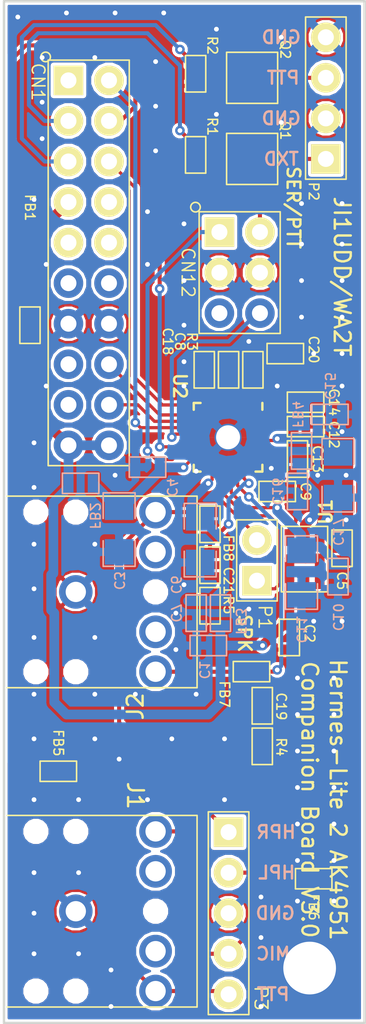
<source format=kicad_pcb>
(kicad_pcb (version 20171130) (host pcbnew "(5.0.2)-1")
  (title_block (title "H-L v2 Companion - AK4951 board") (date 2017-07-16) (rev 1.0) (company JI1UDD))
  (layers (0 F.Cu signal) (1 In1.Cu signal hide) (2 In2.Cu signal hide) (31 B.Cu signal) (34 B.Paste user) (35 F.Paste user) (36 B.SilkS user) (37 F.SilkS user hide) (38 B.Mask user) (39 F.Mask user) (44 Edge.Cuts user))
  (net 0 "")
  (net 1 GND)
  (net 2 +3V3)
  (net 3 "Net-(C3-Pad1)")
  (net 4 "Net-(C5-Pad1)")
  (net 5 "Net-(C6-Pad1)")
  (net 6 "Net-(C8-Pad2)")
  (net 7 "Net-(C9-Pad1)")
  (net 8 "Net-(C10-Pad1)")
  (net 9 "Net-(C12-Pad1)")
  (net 10 "Net-(C13-Pad1)")
  (net 11 "Net-(C13-Pad2)")
  (net 12 "Net-(C14-Pad1)")
  (net 13 "Net-(C15-Pad2)")
  (net 14 "Net-(C18-Pad1)")
  (net 15 "Net-(C18-Pad2)")
  (net 16 "Net-(C19-Pad1)")
  (net 17 "Net-(C19-Pad2)")
  (net 18 "Net-(C21-Pad1)")
  (net 19 "Net-(C21-Pad2)")
  (net 20 /AudioCodec/~PTT)
  (net 21 /AudioCodec/PDN)
  (net 22 /AudioCodec/DIN)
  (net 23 /AudioCodec/DOUT)
  (net 24 /AudioCodec/LRCK)
  (net 25 /AudioCodec/BCK)
  (net 26 /AudioCodec/SDA)
  (net 27 /AudioCodec/SCL)
  (net 28 "Net-(P1-Pad1)")
  (net 29 "Net-(P1-Pad2)")
  (net 30 "Net-(U2-Pad1)")
  (net 31 "Net-(U2-Pad2)")
  (net 32 "Net-(U2-Pad3)")
  (net 33 "Net-(U2-Pad4)")
  (net 34 "Net-(U2-Pad32)")
  (net 35 "Net-(J1-Pad5)")
  (net 36 "Net-(FB6-Pad2)")
  (net 37 "Net-(J1-Pad4)")
  (net 38 "Net-(FB5-Pad1)")
  (net 39 "Net-(FB7-Pad1)")
  (net 40 "Net-(J2-Pad4)")
  (net 41 "Net-(FB8-Pad2)")
  (net 42 "Net-(J2-Pad5)")
  (net 43 "Net-(CN1-Pad5)")
  (net 44 /AudioCodec/EXTTR)
  (net 45 /AudioCodec/ExtAMPTxD)
  (net 46 "Net-(CN1-Pad3)")
  (net 47 "Net-(R3-Pad2)")
  (net 48 "Net-(CN1-Pad7)")
  (net 49 "Net-(CN12-Pad5)")
  (net 50 "Net-(CN1-Pad1)")
  (net 51 "Net-(CN1-Pad8)")
  (net 52 "Net-(CN1-Pad9)")
  (net 53 "Net-(CN1-Pad10)")
  (net 54 "Net-(CN1-Pad11)")
  (net 55 "Net-(CN1-Pad12)")
  (net 56 "Net-(CN1-Pad15)")
  (net 57 "Net-(CN1-Pad17)")
  (module HERMESLITE:SMD-1206 (layer B.Cu) (at 90.932 101.092 270)
    (fp_text reference C17 (at 3.556 0 270 unlocked) (layer B.SilkS) (effects (font (size 0.6 0.6) (thickness 0.1)) (justify mirror)))
    (fp_text value 10u hide)
    (pad 2 smd rect (at 1.4 0 270) (size 1.6 1.8) (layers B.Cu B.Paste B.Mask) (net 1 GND))
    (pad 1 smd rect (at -1.4 0 270) (size 1.6 1.8) (layers B.Cu B.Paste B.Mask) (net 13 "Net-(C15-Pad2)"))
  )
  (module HERMESLITE:SMD-1206 (layer B.Cu) (at 88.646 107.188 270)
    (fp_text reference C11 (at 3.556 0 270 unlocked) (layer B.SilkS) (effects (font (size 0.6 0.6) (thickness 0.1)) (justify mirror)))
    (fp_text value 10u hide)
    (pad 2 smd rect (at 1.4 0 270) (size 1.6 1.8) (layers B.Cu B.Paste B.Mask) (net 1 GND))
    (pad 1 smd rect (at -1.4 0 270) (size 1.6 1.8) (layers B.Cu B.Paste B.Mask) (net 8 "Net-(C10-Pad1)"))
  )
  (module HERMESLITE:SMD-1206 (layer B.Cu) (at 77.216 104.4956 270)
    (fp_text reference C3 (at 3.2004 0 270 unlocked) (layer B.SilkS) (effects (font (size 0.6 0.6) (thickness 0.1)) (justify mirror)))
    (fp_text value 10u hide)
    (pad 2 smd rect (at 1.4 0 270) (size 1.6 1.8) (layers B.Cu B.Paste B.Mask) (net 1 GND))
    (pad 1 smd rect (at -1.4 0 270) (size 1.6 1.8) (layers B.Cu B.Paste B.Mask) (net 3 "Net-(C3-Pad1)"))
  )
  (module HERMESLITE:SMD-1206 (layer B.Cu) (at 82.296 105.156 270)
    (fp_text reference C6 (at 2.794 1.524 270 unlocked) (layer B.SilkS) (effects (font (size 0.6 0.6) (thickness 0.1)) (justify mirror)))
    (fp_text value 10u hide)
    (pad 2 smd rect (at 1.4 0 270) (size 1.6 1.8) (layers B.Cu B.Paste B.Mask) (net 1 GND))
    (pad 1 smd rect (at -1.4 0 270) (size 1.6 1.8) (layers B.Cu B.Paste B.Mask) (net 5 "Net-(C6-Pad1)"))
  )
  (module HERMESLITE:2x1 (layer F.Cu) (at 85.852 107.696 90)
    (fp_text reference P1 (at -2.286 0.508 270 unlocked) (layer F.SilkS) (effects (font (size 0.8 0.8) (thickness 0.1))))
    (fp_text value CONN_01X02)
    (pad 2 thru_hole circle (at 2.54 0 90) (size 1.85 1.85) (drill 1) (layers *.Cu *.Mask F.SilkS) (net 29 "Net-(P1-Pad2)"))
    (pad 1 thru_hole rect (at 0 0 90) (size 1.85 1.85) (drill 1) (layers *.Cu *.Mask F.SilkS) (net 28 "Net-(P1-Pad1)"))
  )
  (module HERMESLITE:3x2 (layer F.Cu) (at 83.5 88.4)
    (fp_text reference CN12 (at -1.966 -0.008 270 unlocked) (layer F.SilkS) (effects (font (size 0.8 0.8) (thickness 0.1))))
    (fp_text value CONN_02X03)
    (pad 6 thru_hole circle (at 2.54 2.54) (size 1.85 1.85) (drill 1) (layers *.Cu *.Mask) (net 23 /AudioCodec/DOUT))
    (pad 5 thru_hole circle (at 0 2.54) (size 1.85 1.85) (drill 1) (layers *.Cu *.Mask) (net 49 "Net-(CN12-Pad5)"))
    (pad 4 thru_hole circle (at 2.54 0) (size 1.85 1.85) (drill 1) (layers *.Cu *.Mask F.SilkS) (net 1 GND))
    (pad 3 thru_hole circle (at 0 0) (size 1.85 1.85) (drill 1) (layers *.Cu *.Mask F.SilkS) (net 1 GND))
    (pad 2 thru_hole circle (at 2.54 -2.54) (size 1.85 1.85) (drill 1) (layers *.Cu *.Mask F.SilkS) (net 24 /AudioCodec/LRCK))
    (pad 1 thru_hole rect (at 0 -2.54) (size 1.85 1.85) (drill 1) (layers *.Cu *.Mask F.SilkS) (net 25 /AudioCodec/BCK))
  )
  (module HERMESLITE:10x2 (layer F.Cu) (at 75.31 87.79 270)
    (fp_text reference CN1 (at -11.336 3.174 270 unlocked) (layer F.SilkS) (effects (font (size 0.8 0.8) (thickness 0.1))))
    (fp_text value IO20)
    (pad 20 thru_hole circle (at 11.43 -1.27 270) (size 1.85 1.85) (drill 1) (layers *.Cu *.Mask) (net 2 +3V3))
    (pad 19 thru_hole circle (at 11.43 1.27 270) (size 1.85 1.85) (drill 1) (layers *.Cu *.Mask) (net 2 +3V3))
    (pad 18 thru_hole circle (at 8.89 -1.27 270) (size 1.85 1.85) (drill 1) (layers *.Cu *.Mask) (net 26 /AudioCodec/SDA))
    (pad 17 thru_hole circle (at 8.89 1.27 270) (size 1.85 1.85) (drill 1) (layers *.Cu *.Mask) (net 57 "Net-(CN1-Pad17)"))
    (pad 16 thru_hole circle (at 6.35 -1.27 270) (size 1.85 1.85) (drill 1) (layers *.Cu *.Mask) (net 27 /AudioCodec/SCL))
    (pad 15 thru_hole circle (at 6.35 1.27 270) (size 1.85 1.85) (drill 1) (layers *.Cu *.Mask) (net 56 "Net-(CN1-Pad15)"))
    (pad 14 thru_hole circle (at 3.81 -1.27 270) (size 1.85 1.85) (drill 1) (layers *.Cu *.Mask) (net 1 GND))
    (pad 13 thru_hole circle (at 3.81 1.27 270) (size 1.85 1.85) (drill 1) (layers *.Cu *.Mask) (net 1 GND))
    (pad 12 thru_hole circle (at 1.27 -1.27 270) (size 1.85 1.85) (drill 1) (layers *.Cu *.Mask) (net 55 "Net-(CN1-Pad12)"))
    (pad 11 thru_hole circle (at 1.27 1.27 270) (size 1.85 1.85) (drill 1) (layers *.Cu *.Mask) (net 54 "Net-(CN1-Pad11)"))
    (pad 10 thru_hole circle (at -1.27 -1.27 270) (size 1.85 1.85) (drill 1) (layers *.Cu *.Mask F.SilkS) (net 53 "Net-(CN1-Pad10)"))
    (pad 9 thru_hole circle (at -1.27 1.27 270) (size 1.85 1.85) (drill 1) (layers *.Cu *.Mask F.SilkS) (net 52 "Net-(CN1-Pad9)"))
    (pad 8 thru_hole circle (at -3.81 -1.27 270) (size 1.85 1.85) (drill 1) (layers *.Cu *.Mask F.SilkS) (net 51 "Net-(CN1-Pad8)"))
    (pad 7 thru_hole circle (at -3.81 1.27 270) (size 1.85 1.85) (drill 1) (layers *.Cu *.Mask F.SilkS) (net 48 "Net-(CN1-Pad7)"))
    (pad 6 thru_hole circle (at -6.35 -1.27 270) (size 1.85 1.85) (drill 1) (layers *.Cu *.Mask F.SilkS) (net 21 /AudioCodec/PDN))
    (pad 5 thru_hole circle (at -6.35 1.27 270) (size 1.85 1.85) (drill 1) (layers *.Cu *.Mask F.SilkS) (net 43 "Net-(CN1-Pad5)"))
    (pad 4 thru_hole circle (at -8.89 -1.27 270) (size 1.85 1.85) (drill 1) (layers *.Cu *.Mask F.SilkS) (net 20 /AudioCodec/~PTT))
    (pad 3 thru_hole circle (at -8.89 1.27 270) (size 1.85 1.85) (drill 1) (layers *.Cu *.Mask F.SilkS) (net 46 "Net-(CN1-Pad3)"))
    (pad 2 thru_hole circle (at -11.43 -1.27 270) (size 1.85 1.85) (drill 1) (layers *.Cu *.Mask F.SilkS) (net 22 /AudioCodec/DIN))
    (pad 1 thru_hole rect (at -11.43 1.27 270) (size 1.85 1.85) (drill 1) (layers *.Cu *.Mask F.SilkS) (net 50 "Net-(CN1-Pad1)"))
  )
  (module HERMESLITE:SMD-0603 (layer F.Cu) (at 84.074 94.488 270)
    (fp_text reference C8 (at -1.778 3.048 270 unlocked) (layer F.SilkS) (effects (font (size 0.6 0.6) (thickness 0.1))))
    (fp_text value 1u hide)
    (pad 1 smd rect (at -0.762 0 270) (size 0.635 1.143) (layers F.Cu F.Paste F.Mask) (net 1 GND))
    (pad 2 smd rect (at 0.762 0 270) (size 0.635 1.143) (layers F.Cu F.Paste F.Mask) (net 6 "Net-(C8-Pad2)"))
  )
  (module HERMESLITE:SMD-0603 (layer F.Cu) (at 71.628 91.694 90)
    (fp_text reference FB1 (at 7.366 0 270 unlocked) (layer F.SilkS) (effects (font (size 0.6 0.6) (thickness 0.1))))
    (fp_text value FB hide)
    (pad 1 smd rect (at -0.762 0 90) (size 0.635 1.143) (layers F.Cu F.Paste F.Mask) (net 2 +3V3))
    (pad 2 smd rect (at 0.762 0 90) (size 0.635 1.143) (layers F.Cu F.Paste F.Mask) (net 48 "Net-(CN1-Pad7)"))
  )
  (module HERMESLITE:SMD-0603 (layer B.Cu) (at 74.803 101.6 180)
    (fp_text reference FB2 (at -0.889 -2.032 270 unlocked) (layer B.SilkS) (effects (font (size 0.6 0.6) (thickness 0.1)) (justify mirror)))
    (fp_text value FB hide)
    (pad 1 smd rect (at -0.762 0 180) (size 0.635 1.143) (layers B.Cu B.Paste B.Mask) (net 3 "Net-(C3-Pad1)"))
    (pad 2 smd rect (at 0.762 0 180) (size 0.635 1.143) (layers B.Cu B.Paste B.Mask) (net 2 +3V3))
  )
  (module HERMESLITE:SMD-0603 (layer F.Cu) (at 87.63 93.472)
    (fp_text reference C20 (at 1.778 -0.254 -90 unlocked) (layer F.SilkS) (effects (font (size 0.6 0.6) (thickness 0.1))))
    (fp_text value DNI hide)
    (pad 1 smd rect (at -0.762 0) (size 0.635 1.143) (layers F.Cu F.Paste F.Mask) (net 15 "Net-(C18-Pad2)"))
    (pad 2 smd rect (at 0.762 0) (size 0.635 1.143) (layers F.Cu F.Paste F.Mask) (net 1 GND))
  )
  (module HERMESLITE:SMD-0603 (layer F.Cu) (at 87.884 111.252 270)
    (fp_text reference C2 (at -0.254 -1.27 270 unlocked) (layer F.SilkS) (effects (font (size 0.6 0.6) (thickness 0.1))))
    (fp_text value 1u hide)
    (pad 2 smd rect (at 0.762 0 270) (size 0.635 1.143) (layers F.Cu F.Paste F.Mask) (net 1 GND))
    (pad 1 smd rect (at -0.762 0 270) (size 0.635 1.143) (layers F.Cu F.Paste F.Mask) (net 2 +3V3))
  )
  (module HERMESLITE:SMD-0603 (layer F.Cu) (at 91.186 105.664 270)
    (fp_text reference C5 (at 2.032 0 270 unlocked) (layer F.SilkS) (effects (font (size 0.6 0.6) (thickness 0.1))))
    (fp_text value 0.1u hide)
    (pad 2 smd rect (at 0.762 0 270) (size 0.635 1.143) (layers F.Cu F.Paste F.Mask) (net 1 GND))
    (pad 1 smd rect (at -0.762 0 270) (size 0.635 1.143) (layers F.Cu F.Paste F.Mask) (net 4 "Net-(C5-Pad1)"))
  )
  (module HERMESLITE:SMD-0603 (layer B.Cu) (at 82.042 109.728 270)
    (fp_text reference C7 (at 0 1.27 270 unlocked) (layer B.SilkS) (effects (font (size 0.6 0.6) (thickness 0.1)) (justify mirror)))
    (fp_text value 0.1u hide)
    (pad 1 smd rect (at -0.762 0 270) (size 0.635 1.143) (layers B.Cu B.Paste B.Mask) (net 5 "Net-(C6-Pad1)"))
    (pad 2 smd rect (at 0.762 0 270) (size 0.635 1.143) (layers B.Cu B.Paste B.Mask) (net 1 GND))
  )
  (module HERMESLITE:SMD-0603 (layer B.Cu) (at 82.804 111.76 180)
    (fp_text reference C1 (at 0.254 -1.524 270 unlocked) (layer B.SilkS) (effects (font (size 0.6 0.6) (thickness 0.1)) (justify mirror)))
    (fp_text value 0.1u hide)
    (pad 1 smd rect (at -0.762 0 180) (size 0.635 1.143) (layers B.Cu B.Paste B.Mask) (net 2 +3V3))
    (pad 2 smd rect (at 0.762 0 180) (size 0.635 1.143) (layers B.Cu B.Paste B.Mask) (net 1 GND))
  )
  (module HERMESLITE:SMD-0603 (layer F.Cu) (at 87.122 102.108)
    (fp_text reference C9 (at 1.778 0 -90 unlocked) (layer F.SilkS) (effects (font (size 0.6 0.6) (thickness 0.1))))
    (fp_text value 2.2u hide)
    (pad 2 smd rect (at 0.762 0) (size 0.635 1.143) (layers F.Cu F.Paste F.Mask) (net 1 GND))
    (pad 1 smd rect (at -0.762 0) (size 0.635 1.143) (layers F.Cu F.Paste F.Mask) (net 7 "Net-(C9-Pad1)"))
  )
  (module HERMESLITE:SMD-0603 (layer F.Cu) (at 88.9 98.044)
    (fp_text reference C12 (at 1.778 0.508 -90 unlocked) (layer F.SilkS) (effects (font (size 0.6 0.6) (thickness 0.1))))
    (fp_text value 2.2u hide)
    (pad 2 smd rect (at 0.762 0) (size 0.635 1.143) (layers F.Cu F.Paste F.Mask) (net 1 GND))
    (pad 1 smd rect (at -0.762 0) (size 0.635 1.143) (layers F.Cu F.Paste F.Mask) (net 9 "Net-(C12-Pad1)"))
  )
  (module HERMESLITE:SMD-0603 (layer F.Cu) (at 88.392 100.076 270)
    (fp_text reference C13 (at 0 -1.27 270 unlocked) (layer F.SilkS) (effects (font (size 0.6 0.6) (thickness 0.1))))
    (fp_text value 2.2u hide)
    (pad 2 smd rect (at 0.762 0 270) (size 0.635 1.143) (layers F.Cu F.Paste F.Mask) (net 11 "Net-(C13-Pad2)"))
    (pad 1 smd rect (at -0.762 0 270) (size 0.635 1.143) (layers F.Cu F.Paste F.Mask) (net 10 "Net-(C13-Pad1)"))
  )
  (module HERMESLITE:SMD-0603 (layer F.Cu) (at 88.9 96.52)
    (fp_text reference C14 (at 1.778 0 -90 unlocked) (layer F.SilkS) (effects (font (size 0.6 0.6) (thickness 0.1))))
    (fp_text value 2.2u hide)
    (pad 2 smd rect (at 0.762 0) (size 0.635 1.143) (layers F.Cu F.Paste F.Mask) (net 1 GND))
    (pad 1 smd rect (at -0.762 0) (size 0.635 1.143) (layers F.Cu F.Paste F.Mask) (net 12 "Net-(C14-Pad1)"))
  )
  (module HERMESLITE:SMD-0603 (layer B.Cu) (at 90.424 97.282 180)
    (fp_text reference C15 (at 0 1.778 270 unlocked) (layer B.SilkS) (effects (font (size 0.6 0.6) (thickness 0.1)) (justify mirror)))
    (fp_text value 0.1u hide)
    (pad 1 smd rect (at -0.762 0 180) (size 0.635 1.143) (layers B.Cu B.Paste B.Mask) (net 1 GND))
    (pad 2 smd rect (at 0.762 0 180) (size 0.635 1.143) (layers B.Cu B.Paste B.Mask) (net 13 "Net-(C15-Pad2)"))
  )
  (module HERMESLITE:SMD-0603 (layer B.Cu) (at 88.392 102.108 270)
    (fp_text reference C16 (at 0 1.27 270 unlocked) (layer B.SilkS) (effects (font (size 0.6 0.6) (thickness 0.1)) (justify mirror)))
    (fp_text value 0.1u hide)
    (pad 2 smd rect (at 0.762 0 270) (size 0.635 1.143) (layers B.Cu B.Paste B.Mask) (net 1 GND))
    (pad 1 smd rect (at -0.762 0 270) (size 0.635 1.143) (layers B.Cu B.Paste B.Mask) (net 2 +3V3))
  )
  (module HERMESLITE:SMD-0603 (layer F.Cu) (at 82.55 94.488 90)
    (fp_text reference C18 (at 1.778 -2.286 270 unlocked) (layer F.SilkS) (effects (font (size 0.6 0.6) (thickness 0.1))))
    (fp_text value 1u hide)
    (pad 1 smd rect (at -0.762 0 90) (size 0.635 1.143) (layers F.Cu F.Paste F.Mask) (net 14 "Net-(C18-Pad1)"))
    (pad 2 smd rect (at 0.762 0 90) (size 0.635 1.143) (layers F.Cu F.Paste F.Mask) (net 15 "Net-(C18-Pad2)"))
  )
  (module HERMESLITE:SMD-0603 (layer B.Cu) (at 78.994 100.584 180)
    (fp_text reference C4 (at -1.524 -1.27 270 unlocked) (layer B.SilkS) (effects (font (size 0.6 0.6) (thickness 0.1)) (justify mirror)))
    (fp_text value 0.1u hide)
    (pad 2 smd rect (at 0.762 0 180) (size 0.635 1.143) (layers B.Cu B.Paste B.Mask) (net 1 GND))
    (pad 1 smd rect (at -0.762 0 180) (size 0.635 1.143) (layers B.Cu B.Paste B.Mask) (net 3 "Net-(C3-Pad1)"))
  )
  (module HERMESLITE:SMD-0603 (layer F.Cu) (at 82.909 106.724 270)
    (fp_text reference C21 (at 0.972 -1.165 270 unlocked) (layer F.SilkS) (effects (font (size 0.6 0.6) (thickness 0.1))))
    (fp_text value 0.22u hide)
    (pad 1 smd rect (at -0.762 0 270) (size 0.635 1.143) (layers F.Cu F.Paste F.Mask) (net 18 "Net-(C21-Pad1)"))
    (pad 2 smd rect (at 0.762 0 270) (size 0.635 1.143) (layers F.Cu F.Paste F.Mask) (net 19 "Net-(C21-Pad2)"))
  )
  (module HERMESLITE:SMD-0603 (layer F.Cu) (at 85.598 94.488 270)
    (fp_text reference R3 (at -1.778 3.81 270 unlocked) (layer F.SilkS) (effects (font (size 0.6 0.6) (thickness 0.1))))
    (fp_text value 2.2k hide)
    (pad 2 smd rect (at 0.762 0 270) (size 0.635 1.143) (layers F.Cu F.Paste F.Mask) (net 47 "Net-(R3-Pad2)"))
    (pad 1 smd rect (at -0.762 0 270) (size 0.635 1.143) (layers F.Cu F.Paste F.Mask) (net 15 "Net-(C18-Pad2)"))
  )
  (module HERMESLITE:SMD-0603 (layer F.Cu) (at 86.185714 115.531178 270)
    (fp_text reference C19 (at 0.038822 -1.190286 270 unlocked) (layer F.SilkS) (effects (font (size 0.6 0.6) (thickness 0.1))))
    (fp_text value 0.22u hide)
    (pad 1 smd rect (at -0.762 0 270) (size 0.635 1.143) (layers F.Cu F.Paste F.Mask) (net 16 "Net-(C19-Pad1)"))
    (pad 2 smd rect (at 0.762 0 270) (size 0.635 1.143) (layers F.Cu F.Paste F.Mask) (net 17 "Net-(C19-Pad2)"))
  )
  (module HERMESLITE:SMD-0603 (layer F.Cu) (at 82.01 75.946 270)
    (fp_text reference R2 (at -1.778 -1.048 270 unlocked) (layer F.SilkS) (effects (font (size 0.6 0.6) (thickness 0.1))))
    (fp_text value 4.7K hide)
    (pad 2 smd rect (at 0.762 0 270) (size 0.635 1.143) (layers F.Cu F.Paste F.Mask) (net 1 GND))
    (pad 1 smd rect (at -0.762 0 270) (size 0.635 1.143) (layers F.Cu F.Paste F.Mask) (net 43 "Net-(CN1-Pad5)"))
  )
  (module HERMESLITE:SMD-0603 (layer B.Cu) (at 83.566 109.728 270)
    (fp_text reference FB3 (at 0.508 -1.27 270 unlocked) (layer B.SilkS) (effects (font (size 0.6 0.6) (thickness 0.1)) (justify mirror)))
    (fp_text value FB hide)
    (pad 1 smd rect (at -0.762 0 270) (size 0.635 1.143) (layers B.Cu B.Paste B.Mask) (net 5 "Net-(C6-Pad1)"))
    (pad 2 smd rect (at 0.762 0 270) (size 0.635 1.143) (layers B.Cu B.Paste B.Mask) (net 2 +3V3))
  )
  (module HERMESLITE:SMD-0603 (layer B.Cu) (at 88.646 99.568 90)
    (fp_text reference FB4 (at 2.286 -0.254 270 unlocked) (layer B.SilkS) (effects (font (size 0.6 0.6) (thickness 0.1)) (justify mirror)))
    (fp_text value FB hide)
    (pad 2 smd rect (at 0.762 0 90) (size 0.635 1.143) (layers B.Cu B.Paste B.Mask) (net 13 "Net-(C15-Pad2)"))
    (pad 1 smd rect (at -0.762 0 90) (size 0.635 1.143) (layers B.Cu B.Paste B.Mask) (net 2 +3V3))
  )
  (module HERMESLITE:SMD-0603 (layer F.Cu) (at 73.406 119.634 180)
    (fp_text reference FB5 (at 0 1.778 270 unlocked) (layer F.SilkS) (effects (font (size 0.6 0.6) (thickness 0.1))))
    (fp_text value FB hide)
    (pad 1 smd rect (at -0.762 0 180) (size 0.635 1.143) (layers F.Cu F.Paste F.Mask) (net 38 "Net-(FB5-Pad1)"))
    (pad 2 smd rect (at 0.762 0 180) (size 0.635 1.143) (layers F.Cu F.Paste F.Mask) (net 20 /AudioCodec/~PTT))
  )
  (module HERMESLITE:SMD-0603 (layer F.Cu) (at 89.408 126.365 180)
    (fp_text reference FB6 (at 0 -1.778 270 unlocked) (layer F.SilkS) (effects (font (size 0.6 0.6) (thickness 0.1))))
    (fp_text value FB hide)
    (pad 2 smd rect (at 0.762 0 180) (size 0.635 1.143) (layers F.Cu F.Paste F.Mask) (net 36 "Net-(FB6-Pad2)"))
    (pad 1 smd rect (at -0.762 0 180) (size 0.635 1.143) (layers F.Cu F.Paste F.Mask) (net 15 "Net-(C18-Pad2)"))
  )
  (module HERMESLITE:SMD-0603 (layer F.Cu) (at 82.01 81.026 270)
    (fp_text reference R1 (at -1.778 -1.048 270 unlocked) (layer F.SilkS) (effects (font (size 0.6 0.6) (thickness 0.1))))
    (fp_text value 4.7K hide)
    (pad 1 smd rect (at -0.762 0 270) (size 0.635 1.143) (layers F.Cu F.Paste F.Mask) (net 46 "Net-(CN1-Pad3)"))
    (pad 2 smd rect (at 0.762 0 270) (size 0.635 1.143) (layers F.Cu F.Paste F.Mask) (net 1 GND))
  )
  (module HERMESLITE:4x1 (layer F.Cu) (at 90.17 81.28 90)
    (fp_text reference P2 (at -2.032 -0.762 270 unlocked) (layer F.SilkS) (effects (font (size 0.6 0.6) (thickness 0.1))))
    (fp_text value CONN_01X04)
    (pad 4 thru_hole circle (at 7.62 0 90) (size 1.85 1.85) (drill 1) (layers *.Cu *.Mask F.SilkS) (net 1 GND))
    (pad 3 thru_hole circle (at 5.08 0 90) (size 1.85 1.85) (drill 1) (layers *.Cu *.Mask F.SilkS) (net 44 /AudioCodec/EXTTR))
    (pad 2 thru_hole circle (at 2.54 0 90) (size 1.85 1.85) (drill 1) (layers *.Cu *.Mask F.SilkS) (net 1 GND))
    (pad 1 thru_hole rect (at 0 0 90) (size 1.85 1.85) (drill 1) (layers *.Cu *.Mask F.SilkS) (net 45 /AudioCodec/ExtAMPTxD))
  )
  (module HERMESLITE:5x1 (layer F.Cu) (at 84.074 123.444 270)
    (fp_text reference P3 (at 10.414 -2.032 270 unlocked) (layer F.SilkS) (effects (font (size 0.8 0.8) (thickness 0.1))))
    (fp_text value CONN_01X05)
    (pad 5 thru_hole circle (at 10.16 0 270) (size 1.85 1.85) (drill 1) (layers *.Cu *.Mask F.SilkS) (net 38 "Net-(FB5-Pad1)"))
    (pad 4 thru_hole circle (at 7.62 0 270) (size 1.85 1.85) (drill 1) (layers *.Cu *.Mask F.SilkS) (net 36 "Net-(FB6-Pad2)"))
    (pad 3 thru_hole circle (at 5.08 0 270) (size 1.85 1.85) (drill 1) (layers *.Cu *.Mask F.SilkS) (net 1 GND))
    (pad 2 thru_hole circle (at 2.54 0 270) (size 1.85 1.85) (drill 1) (layers *.Cu *.Mask F.SilkS) (net 39 "Net-(FB7-Pad1)"))
    (pad 1 thru_hole rect (at 0 0 270) (size 1.85 1.85) (drill 1) (layers *.Cu *.Mask F.SilkS) (net 41 "Net-(FB8-Pad2)"))
  )
  (module HERMESLITE:SMD-0603 (layer B.Cu) (at 90.932 107.442 270)
    (fp_text reference C10 (at 2.54 0 270 unlocked) (layer B.SilkS) (effects (font (size 0.6 0.6) (thickness 0.1)) (justify mirror)))
    (fp_text value 0.1u hide)
    (pad 2 smd rect (at 0.762 0 270) (size 0.635 1.143) (layers B.Cu B.Paste B.Mask) (net 1 GND))
    (pad 1 smd rect (at -0.762 0 270) (size 0.635 1.143) (layers B.Cu B.Paste B.Mask) (net 8 "Net-(C10-Pad1)"))
  )
  (module HERMESLITE:SMD-0603 (layer F.Cu) (at 82.909 104.162 90)
    (fp_text reference FB8 (at -1.502 1.165 270 unlocked) (layer F.SilkS) (effects (font (size 0.6 0.6) (thickness 0.1))))
    (fp_text value FB hide)
    (pad 2 smd rect (at 0.762 0 90) (size 0.635 1.143) (layers F.Cu F.Paste F.Mask) (net 41 "Net-(FB8-Pad2)"))
    (pad 1 smd rect (at -0.762 0 90) (size 0.635 1.143) (layers F.Cu F.Paste F.Mask) (net 18 "Net-(C21-Pad1)"))
  )
  (module HERMESLITE:SMD-0603 (layer F.Cu) (at 86.185714 118.071178 270)
    (fp_text reference R4 (at 0.038822 -1.190286 270 unlocked) (layer F.SilkS) (effects (font (size 0.6 0.6) (thickness 0.1))))
    (fp_text value 33 hide)
    (pad 2 smd rect (at 0.762 0 270) (size 0.635 1.143) (layers F.Cu F.Paste F.Mask) (net 1 GND))
    (pad 1 smd rect (at -0.762 0 270) (size 0.635 1.143) (layers F.Cu F.Paste F.Mask) (net 17 "Net-(C19-Pad2)"))
  )
  (module HERMESLITE:SMD-0603 (layer F.Cu) (at 82.909 109.264 270)
    (fp_text reference R5 (at -0.044 -1.165 270 unlocked) (layer F.SilkS) (effects (font (size 0.6 0.6) (thickness 0.1))))
    (fp_text value 33 hide)
    (pad 2 smd rect (at 0.762 0 270) (size 0.635 1.143) (layers F.Cu F.Paste F.Mask) (net 1 GND))
    (pad 1 smd rect (at -0.762 0 270) (size 0.635 1.143) (layers F.Cu F.Paste F.Mask) (net 19 "Net-(C21-Pad2)"))
  )
  (module HERMESLITE:SMD-0603 (layer F.Cu) (at 85.510857 113.391589)
    (fp_text reference FB7 (at -1.690857 1.416411 -90 unlocked) (layer F.SilkS) (effects (font (size 0.6 0.6) (thickness 0.1))))
    (fp_text value FB hide)
    (pad 2 smd rect (at 0.762 0) (size 0.635 1.143) (layers F.Cu F.Paste F.Mask) (net 16 "Net-(C19-Pad1)"))
    (pad 1 smd rect (at -0.762 0) (size 0.635 1.143) (layers F.Cu F.Paste F.Mask) (net 39 "Net-(FB7-Pad1)"))
  )
  (module HERMESLITE:SOT23_2N7002 (layer F.Cu) (at 84.55 81.28 270)
    (fp_text reference Q1 (at -1.778 -3.08 270 unlocked) (layer F.SilkS) (effects (font (size 0.6 0.6) (thickness 0.1))))
    (fp_text value 2N7002)
    (pad 3 smd rect (at 0.95 0 270) (size 0.8 0.9) (layers F.Cu F.Paste F.Mask) (net 1 GND))
    (pad 2 smd rect (at 0 -2 270) (size 0.8 0.9) (layers F.Cu F.Paste F.Mask) (net 45 /AudioCodec/ExtAMPTxD))
    (pad 1 smd rect (at -0.95 0 270) (size 0.8 0.9) (layers F.Cu F.Paste F.Mask) (net 46 "Net-(CN1-Pad3)"))
  )
  (module HERMESLITE:SOT23_2N7002 (layer F.Cu) (at 84.55 76.2 270)
    (fp_text reference Q2 (at -1.778 -3.08 270 unlocked) (layer F.SilkS) (effects (font (size 0.6 0.6) (thickness 0.1))))
    (fp_text value 2N7002)
    (pad 3 smd rect (at 0.95 0 270) (size 0.8 0.9) (layers F.Cu F.Paste F.Mask) (net 1 GND))
    (pad 2 smd rect (at 0 -2 270) (size 0.8 0.9) (layers F.Cu F.Paste F.Mask) (net 44 /AudioCodec/EXTTR))
    (pad 1 smd rect (at -0.95 0 270) (size 0.8 0.9) (layers F.Cu F.Paste F.Mask) (net 43 "Net-(CN1-Pad5)"))
  )
  (module HERMESLITE:STEREO (layer F.Cu) (at 70 108.4)
    (fp_text reference J2 (at 8.232 7.17 -90) (layer F.SilkS))
    (fp_text value PHONES)
    (pad 1 thru_hole circle (at 4.5 0) (size 2.1 2.1) (drill 1.27) (layers *.Cu *.Mask) (net 1 GND))
    (pad 2 thru_hole circle (at 9.5 5) (size 2.05 2.05) (drill 1.27) (layers *.Cu *.Mask) (net 39 "Net-(FB7-Pad1)"))
    (pad 4 thru_hole circle (at 9.5 2.5) (size 2.05 2.05) (drill 1.27) (layers *.Cu *.Mask) (net 40 "Net-(J2-Pad4)"))
    (pad 3 thru_hole circle (at 9.5 -5) (size 2.05 2.05) (drill 1.27) (layers *.Cu *.Mask) (net 41 "Net-(FB8-Pad2)"))
    (pad 5 thru_hole circle (at 9.5 -2.5) (size 2.05 2.05) (drill 1.27) (layers *.Cu *.Mask) (net 42 "Net-(J2-Pad5)"))
    (pad "" np_thru_hole circle (at 9.5 0) (size 1.2 1.2) (drill 1.2) (layers *.Cu *.Mask))
    (pad "" np_thru_hole circle (at 4.5 5) (size 1.2 1.2) (drill 1.2) (layers *.Cu *.Mask))
    (pad "" np_thru_hole circle (at 4.5 -5) (size 1.2 1.2) (drill 1.2) (layers *.Cu *.Mask))
    (pad "" np_thru_hole circle (at 2 5) (size 1.2 1.2) (drill 1.2) (layers *.Cu *.Mask))
    (pad "" np_thru_hole circle (at 2 -5) (size 1.2 1.2) (drill 1.2) (layers *.Cu *.Mask))
  )
  (module HERMESLITE:STEREO (layer F.Cu) (at 70 128.4)
    (fp_text reference J1 (at 8.232 -7.242 -90 unlocked) (layer F.SilkS))
    (fp_text value MIC)
    (pad 1 thru_hole circle (at 4.5 0) (size 2.1 2.1) (drill 1.27) (layers *.Cu *.Mask) (net 1 GND))
    (pad 2 thru_hole circle (at 9.5 5) (size 2.05 2.05) (drill 1.27) (layers *.Cu *.Mask) (net 38 "Net-(FB5-Pad1)"))
    (pad 4 thru_hole circle (at 9.5 2.5) (size 2.05 2.05) (drill 1.27) (layers *.Cu *.Mask) (net 37 "Net-(J1-Pad4)"))
    (pad 3 thru_hole circle (at 9.5 -5) (size 2.05 2.05) (drill 1.27) (layers *.Cu *.Mask) (net 36 "Net-(FB6-Pad2)"))
    (pad 5 thru_hole circle (at 9.5 -2.5) (size 2.05 2.05) (drill 1.27) (layers *.Cu *.Mask) (net 35 "Net-(J1-Pad5)"))
    (pad "" np_thru_hole circle (at 9.5 0) (size 1.2 1.2) (drill 1.2) (layers *.Cu *.Mask))
    (pad "" np_thru_hole circle (at 4.5 5) (size 1.2 1.2) (drill 1.2) (layers *.Cu *.Mask))
    (pad "" np_thru_hole circle (at 4.5 -5) (size 1.2 1.2) (drill 1.2) (layers *.Cu *.Mask))
    (pad "" np_thru_hole circle (at 2 5) (size 1.2 1.2) (drill 1.2) (layers *.Cu *.Mask))
    (pad "" np_thru_hole circle (at 2 -5) (size 1.2 1.2) (drill 1.2) (layers *.Cu *.Mask))
  )
  (module HERMESLITE:SOT23 (layer F.Cu) (at 87.884 107.696)
    (fp_text reference U1 (at 2.286 -4.318 -90) (layer F.SilkS) (effects (font (size 0.8 0.8) (thickness 0.1524))))
    (fp_text value TPS730)
    (pad 5 smd rect (at 0 -2.7) (size 0.6 1.05) (layers F.Cu F.Paste F.Mask) (net 8 "Net-(C10-Pad1)"))
    (pad 4 smd rect (at 1.9 -2.7) (size 0.6 1.05) (layers F.Cu F.Paste F.Mask) (net 4 "Net-(C5-Pad1)"))
    (pad 3 smd rect (at 1.9 0) (size 0.6 1.05) (layers F.Cu F.Paste F.Mask) (net 2 +3V3))
    (pad 2 smd rect (at 0.95 0) (size 0.6 1.05) (layers F.Cu F.Paste F.Mask) (net 1 GND))
    (pad 1 smd rect (at 0 0) (size 0.6 1.05) (layers F.Cu F.Paste F.Mask) (net 2 +3V3))
  )
  (module HERMESLITE:QFN-32-1EP_4x4mm_Pitch0.4mm_Handsoldering (layer F.Cu) (at 84.042 98.714 270)
    (fp_text reference U2 (at -3.21 3.016 270 unlocked) (layer F.SilkS) (effects (font (size 0.8 0.8) (thickness 0.1524))))
    (fp_text value AK4951AEN)
    (pad 1 smd oval (at -2.025 -1.4 270) (size 0.75 0.2) (layers F.Cu F.Paste F.Mask) (net 30 "Net-(U2-Pad1)"))
    (pad 2 smd rect (at -2 -1 270) (size 0.8 0.2) (layers F.Cu F.Paste F.Mask) (net 31 "Net-(U2-Pad2)"))
    (pad 3 smd rect (at -2 -0.6 270) (size 0.8 0.2) (layers F.Cu F.Paste F.Mask) (net 32 "Net-(U2-Pad3)"))
    (pad 4 smd rect (at -2 -0.2 270) (size 0.8 0.2) (layers F.Cu F.Paste F.Mask) (net 33 "Net-(U2-Pad4)"))
    (pad 5 smd rect (at -2 0.2 270) (size 0.8 0.2) (layers F.Cu F.Paste F.Mask) (net 47 "Net-(R3-Pad2)"))
    (pad 6 smd rect (at -2 0.6 270) (size 0.8 0.2) (layers F.Cu F.Paste F.Mask) (net 6 "Net-(C8-Pad2)"))
    (pad 7 smd rect (at -2 1 270) (size 0.8 0.2) (layers F.Cu F.Paste F.Mask) (net 14 "Net-(C18-Pad1)"))
    (pad 8 smd oval (at -2.025 1.4 270) (size 0.75 0.2) (layers F.Cu F.Paste F.Mask) (net 21 /AudioCodec/PDN))
    (pad 9 smd oval (at -1.4 2.025) (size 0.75 0.2) (layers F.Cu F.Paste F.Mask) (net 27 /AudioCodec/SCL))
    (pad 10 smd rect (at -1 2) (size 0.8 0.2) (layers F.Cu F.Paste F.Mask) (net 26 /AudioCodec/SDA))
    (pad 11 smd rect (at -0.6 2) (size 0.8 0.2) (layers F.Cu F.Paste F.Mask) (net 22 /AudioCodec/DIN))
    (pad 12 smd rect (at -0.2 2) (size 0.8 0.2) (layers F.Cu F.Paste F.Mask) (net 23 /AudioCodec/DOUT))
    (pad 13 smd rect (at 0.2 2) (size 0.8 0.2) (layers F.Cu F.Paste F.Mask) (net 24 /AudioCodec/LRCK))
    (pad 14 smd rect (at 0.6 2) (size 0.8 0.2) (layers F.Cu F.Paste F.Mask) (net 25 /AudioCodec/BCK))
    (pad 15 smd rect (at 1 2) (size 0.8 0.2) (layers F.Cu F.Paste F.Mask) (net 1 GND))
    (pad 16 smd oval (at 1.4 2.025) (size 0.75 0.2) (layers F.Cu F.Paste F.Mask) (net 3 "Net-(C3-Pad1)"))
    (pad 17 smd oval (at 2.025 1.4 270) (size 0.75 0.2) (layers F.Cu F.Paste F.Mask) (net 1 GND))
    (pad 18 smd rect (at 2 1 270) (size 0.8 0.2) (layers F.Cu F.Paste F.Mask) (net 5 "Net-(C6-Pad1)"))
    (pad 19 smd rect (at 2 0.6 270) (size 0.8 0.2) (layers F.Cu F.Paste F.Mask) (net 29 "Net-(P1-Pad2)"))
    (pad 20 smd rect (at 2 0.2 270) (size 0.8 0.2) (layers F.Cu F.Paste F.Mask) (net 28 "Net-(P1-Pad1)"))
    (pad 21 smd rect (at 2 -0.2 270) (size 0.8 0.2) (layers F.Cu F.Paste F.Mask) (net 8 "Net-(C10-Pad1)"))
    (pad 22 smd rect (at 2 -0.6 270) (size 0.8 0.2) (layers F.Cu F.Paste F.Mask) (net 16 "Net-(C19-Pad1)"))
    (pad 23 smd rect (at 2 -1 270) (size 0.8 0.2) (layers F.Cu F.Paste F.Mask) (net 18 "Net-(C21-Pad1)"))
    (pad 24 smd oval (at 2.025 -1.4 270) (size 0.75 0.2) (layers F.Cu F.Paste F.Mask) (net 7 "Net-(C9-Pad1)"))
    (pad 25 smd oval (at 1.4 -2.025) (size 0.75 0.2) (layers F.Cu F.Paste F.Mask) (net 1 GND))
    (pad 26 smd rect (at 1 -2) (size 0.8 0.2) (layers F.Cu F.Paste F.Mask) (net 11 "Net-(C13-Pad2)"))
    (pad 27 smd rect (at 0.6 -2) (size 0.8 0.2) (layers F.Cu F.Paste F.Mask) (net 10 "Net-(C13-Pad1)"))
    (pad 28 smd rect (at 0.2 -2) (size 0.8 0.2) (layers F.Cu F.Paste F.Mask) (net 13 "Net-(C15-Pad2)"))
    (pad 29 smd rect (at -0.2 -2) (size 0.8 0.2) (layers F.Cu F.Paste F.Mask) (net 1 GND))
    (pad 30 smd rect (at -0.6 -2) (size 0.8 0.2) (layers F.Cu F.Paste F.Mask) (net 9 "Net-(C12-Pad1)"))
    (pad 31 smd rect (at -1 -2) (size 0.8 0.2) (layers F.Cu F.Paste F.Mask) (net 12 "Net-(C14-Pad1)"))
    (pad 32 smd oval (at -1.4 -2.025) (size 0.75 0.2) (layers F.Cu F.Paste F.Mask) (net 34 "Net-(U2-Pad32)"))
    (pad 33 smd rect (at 0.6625 0.6625 270) (size 1.325 1.325) (layers F.Cu F.Paste F.Mask) (net 1 GND))
    (pad 33 smd rect (at 0.6625 -0.6625 270) (size 1.325 1.325) (layers F.Cu F.Paste F.Mask) (net 1 GND))
    (pad 33 smd rect (at -0.6625 0.6625 270) (size 1.325 1.325) (layers F.Cu F.Paste F.Mask) (net 1 GND))
    (pad 33 smd rect (at -0.6625 -0.6625 270) (size 1.325 1.325) (layers F.Cu F.Paste F.Mask) (net 1 GND))
    (pad 33 thru_hole circle (at 0 0) (size 1.7 1.7) (drill 1.5) (layers *.Cu *.Mask) (net 1 GND))
  )
  (gr_text TXD (at 87.376 81.28) (layer B.SilkS) (effects (font (size 0.8 0.8) (thickness 0.1524)) (justify mirror)))
  (gr_text PTT (at 87.496 76.2) (layer B.SilkS) (effects (font (size 0.8 0.8) (thickness 0.1524)) (justify mirror)))
  (gr_text GND (at 87.376 78.74) (layer B.SilkS) (effects (font (size 0.8 0.8) (thickness 0.1524)) (justify mirror)))
  (gr_text HPL (at 85.852 125.984) (layer B.SilkS) (effects (font (size 0.8 0.8) (thickness 0.1524)) (justify right mirror)))
  (gr_text SER/PTT (at 88.138 84.328 270) (layer F.SilkS) (effects (font (size 0.8 0.8) (thickness 0.1524))))
  (gr_line (start 70 71.4) (end 92.6 71.4) (angle 90) (layer Edge.Cuts) (width 0.15))
  (gr_text JI1UDD/WA2T (at 91.186 88.646 270) (layer F.SilkS) (effects (font (size 1 1) (thickness 0.1524))))
  (gr_text "Hermes-Lite 2 AK4951" (at 90.932 121.412 270) (layer F.SilkS) (effects (font (size 1 1) (thickness 0.1524))))
  (gr_text MIC (at 86.868 131.064) (layer B.SilkS) (effects (font (size 0.8 0.8) (thickness 0.1524)) (justify mirror)))
  (gr_text GND (at 87.376 73.66) (layer B.SilkS) (effects (font (size 0.8 0.8) (thickness 0.1524)) (justify mirror)))
  (gr_text HPR (at 85.732 123.444) (layer B.SilkS) (effects (font (size 0.8 0.8) (thickness 0.1524)) (justify right mirror)))
  (gr_text PTT (at 86.868 133.604) (layer B.SilkS) (effects (font (size 0.8 0.8) (thickness 0.1524)) (justify mirror)))
  (gr_text GND (at 87 128.524) (layer B.SilkS) (effects (font (size 0.8 0.8) (thickness 0.1524)) (justify mirror)))
  (gr_text SPK (at 85.09 110.998 270) (layer F.SilkS) (effects (font (size 0.8 0.8) (thickness 0.1524))))
  (gr_text "Companion Board V3.0" (at 89.154 121.412 270) (layer F.SilkS) (effects (font (size 1 1) (thickness 0.1524))))
  (gr_line (start 92.6 71.4) (end 92.6 135.4) (angle 90) (layer Edge.Cuts) (width 0.15))
  (gr_line (start 70 135.4) (end 92.6 135.4) (angle 90) (layer Edge.Cuts) (width 0.15))
  (gr_line (start 70 71.4) (end 70 135.4) (angle 90) (layer Edge.Cuts) (width 0.15))
  (segment (start 83.042 99.714) (end 83.3795 99.3765) (width 0.2032) (layer F.Cu) (net 1))
  (segment (start 82.042 99.714) (end 83.042 99.714) (width 0.2032) (layer F.Cu) (net 1))
  (segment (start 82.642 100.739) (end 82.642 100.746) (width 0.2032) (layer F.Cu) (net 1))
  (via (at 82.042 100.838) (size 0.6) (drill 0.3) (layers F.Cu B.Cu) (net 1))
  (segment (start 82.642 100.739) (end 82.141 100.739) (width 0.2032) (layer F.Cu) (net 1))
  (segment (start 82.141 100.739) (end 82.042 100.838) (width 0.2032) (layer F.Cu) (net 1))
  (segment (start 85.165393 98.512393) (end 84.7045 98.0515) (width 0.2032) (layer F.Cu) (net 1))
  (segment (start 86.040393 98.512393) (end 85.165393 98.512393) (width 0.2032) (layer F.Cu) (net 1))
  (segment (start 86.042 98.514) (end 86.040393 98.512393) (width 0.2032) (layer F.Cu) (net 1))
  (via (at 86.750524 100.655974) (size 0.6) (drill 0.3) (layers F.Cu B.Cu) (net 1))
  (segment (start 86.067 100.114) (end 86.20855 100.114) (width 0.2032) (layer F.Cu) (net 1))
  (segment (start 86.20855 100.114) (end 86.750524 100.655974) (width 0.2032) (layer F.Cu) (net 1))
  (via (at 87.122 95.504) (size 0.6) (drill 0.3) (layers F.Cu B.Cu) (net 1))
  (via (at 91.186 95.504) (size 0.6) (drill 0.3) (layers F.Cu B.Cu) (net 1))
  (via (at 89.408 110.236) (size 0.6) (drill 0.3) (layers F.Cu B.Cu) (net 1))
  (via (at 81.28 91.694) (size 0.6) (drill 0.3) (layers F.Cu B.Cu) (net 1))
  (via (at 81.28 88.9) (size 0.6) (drill 0.3) (layers F.Cu B.Cu) (net 1))
  (via (at 91.186 84.074) (size 0.6) (drill 0.3) (layers F.Cu B.Cu) (net 1))
  (via (at 88.646 84.074) (size 0.6) (drill 0.3) (layers F.Cu B.Cu) (net 1))
  (via (at 88.646 86.614) (size 0.6) (drill 0.3) (layers F.Cu B.Cu) (net 1))
  (via (at 91.186 86.614) (size 0.6) (drill 0.3) (layers F.Cu B.Cu) (net 1))
  (via (at 91.186 88.9) (size 0.6) (drill 0.3) (layers F.Cu B.Cu) (net 1))
  (via (at 88.646 88.9) (size 0.6) (drill 0.3) (layers F.Cu B.Cu) (net 1))
  (via (at 88.646 91.186) (size 0.6) (drill 0.3) (layers F.Cu B.Cu) (net 1))
  (via (at 91.186 91.186) (size 0.6) (drill 0.3) (layers F.Cu B.Cu) (net 1))
  (via (at 87.376 73.66) (size 0.6) (drill 0.3) (layers F.Cu B.Cu) (net 1))
  (via (at 83.312 73.152) (size 0.6) (drill 0.3) (layers F.Cu B.Cu) (net 1))
  (via (at 87.376 78.994) (size 0.6) (drill 0.3) (layers F.Cu B.Cu) (net 1))
  (via (at 83.312 78.486) (size 0.6) (drill 0.3) (layers F.Cu B.Cu) (net 1))
  (via (at 79.502 77.978) (size 0.6) (drill 0.3) (layers F.Cu B.Cu) (net 1))
  (via (at 70.866 72.39) (size 0.6) (drill 0.3) (layers F.Cu B.Cu) (net 1))
  (via (at 73.914 72.136) (size 0.6) (drill 0.3) (layers F.Cu B.Cu) (net 1))
  (via (at 76.962 72.136) (size 0.6) (drill 0.3) (layers F.Cu B.Cu) (net 1))
  (via (at 80.01 72.136) (size 0.6) (drill 0.3) (layers F.Cu B.Cu) (net 1))
  (via (at 72.39 80.01) (size 0.6) (drill 0.3) (layers F.Cu B.Cu) (net 1))
  (via (at 75.692 74.93) (size 0.6) (drill 0.3) (layers F.Cu B.Cu) (net 1))
  (via (at 72.39 74.93) (size 0.6) (drill 0.3) (layers F.Cu B.Cu) (net 1))
  (via (at 79.502 75.184) (size 0.6) (drill 0.3) (layers F.Cu B.Cu) (net 1))
  (via (at 79.502 80.772) (size 0.6) (drill 0.3) (layers F.Cu B.Cu) (net 1))
  (via (at 81.28 85.344) (size 0.6) (drill 0.3) (layers F.Cu B.Cu) (net 1))
  (via (at 71.882 83.82) (size 0.6) (drill 0.3) (layers F.Cu B.Cu) (net 1))
  (via (at 85.344 92.71) (size 0.6) (drill 0.3) (layers F.Cu B.Cu) (net 1))
  (via (at 81.28 93.98) (size 0.6) (drill 0.3) (layers F.Cu B.Cu) (net 1))
  (via (at 81.28 95.504) (size 0.6) (drill 0.3) (layers F.Cu B.Cu) (net 1))
  (via (at 91.186 93.472) (size 0.6) (drill 0.3) (layers F.Cu B.Cu) (net 1))
  (via (at 89.408 93.472) (size 0.6) (drill 0.3) (layers F.Cu B.Cu) (net 1))
  (via (at 89.662 101.092) (size 0.6) (drill 0.3) (layers F.Cu B.Cu) (net 1))
  (via (at 91.44 101.092) (size 0.6) (drill 0.3) (layers F.Cu B.Cu) (net 1))
  (via (at 91.44 103.886) (size 0.6) (drill 0.3) (layers F.Cu B.Cu) (net 1))
  (via (at 90.297 103.886) (size 0.6) (drill 0.3) (layers F.Cu B.Cu) (net 1))
  (via (at 91.186 98.3615) (size 0.6) (drill 0.3) (layers F.Cu B.Cu) (net 1))
  (via (at 91.186 110.236) (size 0.6) (drill 0.3) (layers F.Cu B.Cu) (net 1))
  (via (at 88.392 113.792) (size 0.6) (drill 0.3) (layers F.Cu B.Cu) (net 1))
  (via (at 90.678 113.792) (size 0.6) (drill 0.3) (layers F.Cu B.Cu) (net 1))
  (via (at 88.392 116.078) (size 0.6) (drill 0.3) (layers F.Cu B.Cu) (net 1))
  (via (at 90.678 116.078) (size 0.6) (drill 0.3) (layers F.Cu B.Cu) (net 1))
  (via (at 88.392 118.364) (size 0.6) (drill 0.3) (layers F.Cu B.Cu) (net 1))
  (via (at 90.678 118.364) (size 0.6) (drill 0.3) (layers F.Cu B.Cu) (net 1))
  (via (at 88.392 120.65) (size 0.6) (drill 0.3) (layers F.Cu B.Cu) (net 1))
  (via (at 90.678 120.65) (size 0.6) (drill 0.3) (layers F.Cu B.Cu) (net 1))
  (via (at 88.392 122.936) (size 0.6) (drill 0.3) (layers F.Cu B.Cu) (net 1))
  (via (at 90.678 122.936) (size 0.6) (drill 0.3) (layers F.Cu B.Cu) (net 1))
  (via (at 88.392 125.222) (size 0.6) (drill 0.3) (layers F.Cu B.Cu) (net 1))
  (via (at 90.678 125.222) (size 0.6) (drill 0.3) (layers F.Cu B.Cu) (net 1))
  (via (at 90.678 127.762) (size 0.6) (drill 0.3) (layers F.Cu B.Cu) (net 1))
  (via (at 86.106 127.508) (size 0.6) (drill 0.3) (layers F.Cu B.Cu) (net 1))
  (via (at 86.106 134.366) (size 0.6) (drill 0.3) (layers F.Cu B.Cu) (net 1))
  (via (at 76.708 134.366) (size 0.6) (drill 0.3) (layers F.Cu B.Cu) (net 1))
  (via (at 76.708 132.08) (size 0.6) (drill 0.3) (layers F.Cu B.Cu) (net 1))
  (via (at 74.676 131.064) (size 0.6) (drill 0.3) (layers F.Cu B.Cu) (net 1))
  (via (at 71.882 131.064) (size 0.6) (drill 0.3) (layers F.Cu B.Cu) (net 1))
  (via (at 71.882 128.524) (size 0.6) (drill 0.3) (layers F.Cu B.Cu) (net 1))
  (via (at 71.882 125.984) (size 0.6) (drill 0.3) (layers F.Cu B.Cu) (net 1))
  (via (at 74.676 125.984) (size 0.6) (drill 0.3) (layers F.Cu B.Cu) (net 1))
  (via (at 71.882 121.412) (size 0.6) (drill 0.3) (layers F.Cu B.Cu) (net 1))
  (via (at 74.676 121.412) (size 0.6) (drill 0.3) (layers F.Cu B.Cu) (net 1))
  (via (at 78.994 121.412) (size 0.6) (drill 0.3) (layers F.Cu B.Cu) (net 1))
  (via (at 83.82 121.412) (size 0.6) (drill 0.3) (layers F.Cu B.Cu) (net 1))
  (via (at 83.82 117.602) (size 0.6) (drill 0.3) (layers F.Cu B.Cu) (net 1))
  (via (at 80.518 117.602) (size 0.6) (drill 0.3) (layers F.Cu B.Cu) (net 1))
  (via (at 77.216 118.872) (size 0.6) (drill 0.3) (layers F.Cu B.Cu) (net 1))
  (via (at 71.882 117.602) (size 0.6) (drill 0.3) (layers F.Cu B.Cu) (net 1))
  (via (at 75.692 117.602) (size 0.6) (drill 0.3) (layers F.Cu B.Cu) (net 1))
  (via (at 71.882 114.808) (size 0.6) (drill 0.3) (layers F.Cu B.Cu) (net 1))
  (via (at 75.692 114.808) (size 0.6) (drill 0.3) (layers F.Cu B.Cu) (net 1))
  (via (at 82.042 114.808) (size 0.6) (drill 0.3) (layers F.Cu B.Cu) (net 1))
  (via (at 78.232 114.808) (size 0.6) (drill 0.3) (layers F.Cu B.Cu) (net 1))
  (via (at 81.28 107.95) (size 0.6) (drill 0.3) (layers F.Cu B.Cu) (net 1))
  (via (at 80.772 109.728) (size 0.6) (drill 0.3) (layers F.Cu B.Cu) (net 1))
  (via (at 85.344 109.474) (size 0.6) (drill 0.3) (layers F.Cu B.Cu) (net 1))
  (via (at 80.772 112.014) (size 0.6) (drill 0.3) (layers F.Cu B.Cu) (net 1))
  (via (at 71.882 111.252) (size 0.6) (drill 0.3) (layers F.Cu B.Cu) (net 1))
  (via (at 75.692 111.252) (size 0.6) (drill 0.3) (layers F.Cu B.Cu) (net 1))
  (via (at 71.882 108.204) (size 0.6) (drill 0.3) (layers F.Cu B.Cu) (net 1))
  (via (at 71.882 105.41) (size 0.6) (drill 0.3) (layers F.Cu B.Cu) (net 1))
  (via (at 75.692 105.41) (size 0.6) (drill 0.3) (layers F.Cu B.Cu) (net 1))
  (via (at 71.882 101.854) (size 0.6) (drill 0.3) (layers F.Cu B.Cu) (net 1))
  (via (at 71.882 99.06) (size 0.6) (drill 0.3) (layers F.Cu B.Cu) (net 1))
  (via (at 76.962 101.092) (size 0.6) (drill 0.3) (layers F.Cu B.Cu) (net 1))
  (via (at 72.39 77.724) (size 0.6) (drill 0.3) (layers F.Cu B.Cu) (net 1))
  (via (at 72.644 87.884) (size 0.6) (drill 0.3) (layers F.Cu B.Cu) (net 1))
  (via (at 72.644 95.504) (size 0.6) (drill 0.3) (layers F.Cu B.Cu) (net 1))
  (via (at 78.994 87.884) (size 0.6) (drill 0.3) (layers F.Cu B.Cu) (net 1))
  (via (at 78.994 84.582) (size 0.6) (drill 0.3) (layers F.Cu B.Cu) (net 1))
  (via (at 89.154 131.96) (size 6.3) (drill 3.3) (layers F.Cu B.Cu) (net 1))
  (via (at 86.106 130.048) (size 0.6) (drill 0.3) (layers F.Cu B.Cu) (net 1))
  (via (at 88.392 127.762) (size 0.6) (drill 0.3) (layers F.Cu B.Cu) (net 1))
  (via (at 89.154 103.886) (size 0.6) (drill 0.3) (layers F.Cu B.Cu) (net 2))
  (segment (start 74.041 99.221) (end 74.04 99.22) (width 0.6096) (layer B.Cu) (net 2))
  (segment (start 74.041 101.6) (end 74.041 99.221) (width 0.6096) (layer B.Cu) (net 2))
  (segment (start 83.566 110.49) (end 83.566 111.76) (width 0.6096) (layer B.Cu) (net 2))
  (segment (start 71.628 92.456) (end 71.628 96.808) (width 0.6096) (layer F.Cu) (net 2))
  (segment (start 71.628 96.808) (end 74.04 99.22) (width 0.6096) (layer F.Cu) (net 2))
  (segment (start 74.04 99.22) (end 76.58 99.22) (width 0.6096) (layer B.Cu) (net 2))
  (via (at 86.2055 111.76) (size 0.6) (drill 0.3) (layers F.Cu B.Cu) (net 2))
  (segment (start 88.646 100.33) (end 88.646 101.346) (width 0.6096) (layer B.Cu) (net 2))
  (segment (start 83.566 115.316) (end 83.566 111.76) (width 0.6096) (layer B.Cu) (net 2))
  (segment (start 73.914 116.078) (end 82.804 116.078) (width 0.6096) (layer B.Cu) (net 2))
  (segment (start 73.152 115.316) (end 73.914 116.078) (width 0.6096) (layer B.Cu) (net 2))
  (segment (start 74.041 101.854) (end 73.094801 102.800199) (width 0.6096) (layer B.Cu) (net 2))
  (segment (start 74.041 101.6) (end 74.041 101.854) (width 0.6096) (layer B.Cu) (net 2))
  (segment (start 73.094801 102.800199) (end 73.094801 107.245199) (width 0.6096) (layer B.Cu) (net 2))
  (segment (start 73.094801 107.188) (end 72.955199 107.327602) (width 0.6096) (layer B.Cu) (net 2))
  (segment (start 72.955199 109.531199) (end 73.152 109.728) (width 0.6096) (layer B.Cu) (net 2))
  (segment (start 73.152 109.728) (end 73.152 115.316) (width 0.6096) (layer B.Cu) (net 2))
  (segment (start 72.955199 107.384801) (end 72.955199 109.531199) (width 0.6096) (layer B.Cu) (net 2))
  (segment (start 88.647642 101.346) (end 89.458301 102.156659) (width 0.6096) (layer B.Cu) (net 2))
  (segment (start 88.392 101.346) (end 88.647642 101.346) (width 0.6096) (layer B.Cu) (net 2))
  (segment (start 89.458301 103.581699) (end 89.154 103.886) (width 0.6096) (layer B.Cu) (net 2))
  (segment (start 89.458301 102.156659) (end 89.458301 103.581699) (width 0.6096) (layer B.Cu) (net 2))
  (segment (start 87.884 108.143651) (end 87.884 110.49) (width 0.6096) (layer F.Cu) (net 2))
  (segment (start 87.888809 108.138842) (end 87.884 108.143651) (width 0.6096) (layer F.Cu) (net 2))
  (segment (start 82.804 116.078) (end 83.566 115.316) (width 0.6096) (layer B.Cu) (net 2))
  (segment (start 89.784 107.696) (end 89.784 106.304) (width 0.6096) (layer F.Cu) (net 2))
  (segment (start 89.154 103.886) (end 88.854001 104.185999) (width 0.6096) (layer F.Cu) (net 2))
  (segment (start 87.888809 106.431191) (end 87.888809 107.696) (width 0.6096) (layer F.Cu) (net 2))
  (segment (start 88.854001 106.258001) (end 88.9 106.304) (width 0.6096) (layer F.Cu) (net 2))
  (segment (start 88.854001 104.185999) (end 88.854001 106.258001) (width 0.6096) (layer F.Cu) (net 2))
  (segment (start 89.784 106.304) (end 88.9 106.304) (width 0.6096) (layer F.Cu) (net 2))
  (segment (start 87.888809 106.304) (end 88.016 106.304) (width 0.6096) (layer F.Cu) (net 2))
  (segment (start 88.9 106.304) (end 87.888809 106.304) (width 0.6096) (layer F.Cu) (net 2))
  (segment (start 83.566 111.76) (end 86.2055 111.76) (width 0.6096) (layer B.Cu) (net 2))
  (segment (start 87.4755 110.49) (end 86.2055 111.76) (width 0.6096) (layer F.Cu) (net 2))
  (segment (start 87.884 110.49) (end 87.4755 110.49) (width 0.6096) (layer F.Cu) (net 2))
  (via (at 81.251997 100.604003) (size 0.6) (drill 0.3) (layers F.Cu B.Cu) (net 3))
  (segment (start 81.742 100.114) (end 81.251997 100.604003) (width 0.2032) (layer F.Cu) (net 3))
  (segment (start 82.017 100.114) (end 81.742 100.114) (width 0.2032) (layer F.Cu) (net 3))
  (segment (start 77.216 102.87) (end 77.724 102.87) (width 0.6096) (layer B.Cu) (net 3))
  (segment (start 79.776003 100.604003) (end 79.756 100.584) (width 0.6096) (layer B.Cu) (net 3))
  (segment (start 81.251997 100.604003) (end 79.776003 100.604003) (width 0.6096) (layer B.Cu) (net 3))
  (segment (start 77.725642 102.87) (end 77.216 102.87) (width 0.6096) (layer B.Cu) (net 3))
  (segment (start 79.756 100.839642) (end 77.725642 102.87) (width 0.6096) (layer B.Cu) (net 3))
  (segment (start 79.756 100.584) (end 79.756 100.839642) (width 0.6096) (layer B.Cu) (net 3))
  (segment (start 76.835 102.87) (end 75.565 101.6) (width 0.6096) (layer B.Cu) (net 3))
  (segment (start 77.216 102.87) (end 76.835 102.87) (width 0.6096) (layer B.Cu) (net 3))
  (segment (start 91.092 104.996) (end 91.186 104.902) (width 0.254) (layer F.Cu) (net 4))
  (segment (start 89.784 104.996) (end 91.092 104.996) (width 0.254) (layer F.Cu) (net 4))
  (via (at 82.804 101.6) (size 0.6) (drill 0.3) (layers F.Cu B.Cu) (net 5))
  (segment (start 83.042 100.714) (end 83.042 101.362) (width 0.2032) (layer F.Cu) (net 5))
  (segment (start 83.042 101.362) (end 82.804 101.6) (width 0.2032) (layer F.Cu) (net 5))
  (segment (start 81.788 102.616) (end 81.788 103.70439) (width 0.6096) (layer B.Cu) (net 5))
  (segment (start 82.804 101.6) (end 81.788 102.616) (width 0.6096) (layer B.Cu) (net 5))
  (segment (start 83.82 108.204) (end 83.058 108.966) (width 0.6096) (layer B.Cu) (net 5))
  (segment (start 83.82 105.22839) (end 83.82 108.204) (width 0.6096) (layer B.Cu) (net 5))
  (segment (start 83.058 108.966) (end 81.534 108.966) (width 0.6096) (layer B.Cu) (net 5))
  (segment (start 82.296 103.70439) (end 83.82 105.22839) (width 0.6096) (layer B.Cu) (net 5))
  (segment (start 82.296 103.5304) (end 82.296 103.70439) (width 0.6096) (layer B.Cu) (net 5))
  (segment (start 83.871036 95.25) (end 84.074 95.25) (width 0.2032) (layer F.Cu) (net 6))
  (segment (start 83.442 95.679036) (end 83.871036 95.25) (width 0.2032) (layer F.Cu) (net 6))
  (segment (start 83.442 95.679036) (end 83.442 96.714) (width 0.2032) (layer F.Cu) (net 6))
  (segment (start 85.442 100.739) (end 85.442 100.936) (width 0.2032) (layer F.Cu) (net 7))
  (segment (start 86.36 101.657) (end 86.36 102.108) (width 0.2032) (layer F.Cu) (net 7))
  (segment (start 85.442 100.739) (end 86.36 101.657) (width 0.2032) (layer F.Cu) (net 7))
  (via (at 87.122 103.124) (size 0.6) (drill 0.3) (layers F.Cu B.Cu) (net 8))
  (segment (start 89.8144 105.5624) (end 90.932 106.68) (width 0.6096) (layer B.Cu) (net 8))
  (segment (start 88.646 105.5624) (end 89.8144 105.5624) (width 0.6096) (layer B.Cu) (net 8))
  (segment (start 88.621819 105.763819) (end 88.646 105.788) (width 0.6096) (layer B.Cu) (net 8))
  (segment (start 88.621819 104.815739) (end 88.621819 105.763819) (width 0.6096) (layer B.Cu) (net 8))
  (segment (start 87.122 103.31592) (end 88.621819 104.815739) (width 0.6096) (layer B.Cu) (net 8))
  (segment (start 87.122 103.124) (end 87.122 103.31592) (width 0.6096) (layer B.Cu) (net 8))
  (segment (start 87.884 103.886) (end 87.884 104.996) (width 0.2032) (layer F.Cu) (net 8))
  (segment (start 84.242 102.179832) (end 85.186168 103.124) (width 0.2032) (layer F.Cu) (net 8))
  (segment (start 87.122 103.124) (end 87.884 103.886) (width 0.2032) (layer F.Cu) (net 8))
  (segment (start 85.186168 103.124) (end 87.122 103.124) (width 0.2032) (layer F.Cu) (net 8))
  (segment (start 84.242 100.714) (end 84.242 102.179832) (width 0.2032) (layer F.Cu) (net 8))
  (segment (start 86.6452 98.114) (end 86.042 98.114) (width 0.2032) (layer F.Cu) (net 9))
  (segment (start 88.138 98.044) (end 88.068 98.114) (width 0.2032) (layer F.Cu) (net 9))
  (segment (start 88.068 98.114) (end 86.6452 98.114) (width 0.2032) (layer F.Cu) (net 9))
  (segment (start 88.299053 99.406947) (end 88.392 99.314) (width 0.2032) (layer F.Cu) (net 10))
  (segment (start 86.894229 99.406947) (end 88.299053 99.406947) (width 0.2032) (layer F.Cu) (net 10))
  (segment (start 86.042 99.314) (end 86.801282 99.314) (width 0.2032) (layer F.Cu) (net 10))
  (segment (start 86.801282 99.314) (end 86.894229 99.406947) (width 0.2032) (layer F.Cu) (net 10))
  (segment (start 86.042 99.714) (end 86.6452 99.714) (width 0.2032) (layer F.Cu) (net 11))
  (segment (start 86.6452 99.714) (end 87.7692 100.838) (width 0.2032) (layer F.Cu) (net 11))
  (segment (start 87.7692 100.838) (end 88.392 100.838) (width 0.2032) (layer F.Cu) (net 11))
  (segment (start 86.95239 97.70561) (end 88.138 96.52) (width 0.2032) (layer F.Cu) (net 12))
  (segment (start 86.19039 97.70561) (end 86.95239 97.70561) (width 0.2032) (layer F.Cu) (net 12))
  (segment (start 86.182 97.714) (end 86.19039 97.70561) (width 0.2032) (layer F.Cu) (net 12))
  (segment (start 86.042 97.714) (end 86.182 97.714) (width 0.2032) (layer F.Cu) (net 12))
  (segment (start 85.667 98.914) (end 85.658601 98.905601) (width 0.2032) (layer F.Cu) (net 13))
  (segment (start 86.042 98.914) (end 85.667 98.914) (width 0.2032) (layer F.Cu) (net 13))
  (via (at 87.122 98.806) (size 0.6) (drill 0.3) (layers F.Cu B.Cu) (net 13))
  (segment (start 90.0176 98.806) (end 90.678 99.4664) (width 0.6096) (layer B.Cu) (net 13))
  (segment (start 90.424 99.2124) (end 90.678 99.4664) (width 0.6096) (layer B.Cu) (net 13))
  (segment (start 89.662 98.4631) (end 89.662 98.806) (width 0.6096) (layer B.Cu) (net 13))
  (segment (start 89.662 97.282) (end 89.662 98.4631) (width 0.6096) (layer B.Cu) (net 13))
  (segment (start 88.646 98.806) (end 89.662 98.806) (width 0.6096) (layer B.Cu) (net 13))
  (segment (start 89.662 98.806) (end 90.0176 98.806) (width 0.6096) (layer B.Cu) (net 13))
  (segment (start 87.014 98.914) (end 87.122 98.806) (width 0.2032) (layer F.Cu) (net 13))
  (segment (start 86.042 98.914) (end 87.014 98.914) (width 0.2032) (layer F.Cu) (net 13))
  (segment (start 87.122 98.806) (end 88.646 98.806) (width 0.6096) (layer B.Cu) (net 13))
  (segment (start 83.042 95.742) (end 82.55 95.25) (width 0.2032) (layer F.Cu) (net 14))
  (segment (start 83.042 95.742) (end 83.042 96.714) (width 0.2032) (layer F.Cu) (net 14))
  (segment (start 86.614 93.726) (end 86.868 93.472) (width 0.254) (layer F.Cu) (net 15))
  (segment (start 85.598 93.726) (end 86.614 93.726) (width 0.254) (layer F.Cu) (net 15))
  (segment (start 82.55 93.726) (end 82.55 94.2975) (width 0.254) (layer F.Cu) (net 15))
  (segment (start 82.55 94.2975) (end 82.7405 94.488) (width 0.254) (layer F.Cu) (net 15))
  (segment (start 85.598 93.726) (end 85.598 94.488) (width 0.254) (layer F.Cu) (net 15))
  (segment (start 82.7405 94.488) (end 85.598 94.488) (width 0.254) (layer F.Cu) (net 15))
  (segment (start 91.44 94.488) (end 85.598 94.488) (width 0.254) (layer F.Cu) (net 15))
  (segment (start 92.202 95.25) (end 91.44 94.488) (width 0.254) (layer F.Cu) (net 15))
  (segment (start 90.17 126.365) (end 91.313 126.365) (width 0.254) (layer F.Cu) (net 15))
  (segment (start 91.313 126.365) (end 92.202 125.476) (width 0.254) (layer F.Cu) (net 15))
  (segment (start 92.202 125.476) (end 92.202 95.25) (width 0.254) (layer F.Cu) (net 15))
  (via (at 85.344 102.444938) (size 0.6) (drill 0.3) (layers F.Cu B.Cu) (net 16))
  (segment (start 86.185714 113.478732) (end 86.272857 113.391589) (width 0.254) (layer F.Cu) (net 16))
  (segment (start 86.185714 114.769178) (end 86.185714 113.478732) (width 0.254) (layer F.Cu) (net 16))
  (via (at 87.122 113.28403) (size 0.6) (drill 0.3) (layers F.Cu B.Cu) (net 16))
  (segment (start 86.272857 113.391589) (end 87.014441 113.391589) (width 0.254) (layer F.Cu) (net 16))
  (segment (start 87.014441 113.391589) (end 87.122 113.28403) (width 0.254) (layer F.Cu) (net 16))
  (segment (start 84.642 101.742938) (end 85.344 102.444938) (width 0.2032) (layer F.Cu) (net 16))
  (segment (start 84.642 100.714) (end 84.642 101.742938) (width 0.2032) (layer F.Cu) (net 16))
  (segment (start 87.376 113.03003) (end 87.122 113.28403) (width 0.254) (layer B.Cu) (net 16))
  (segment (start 85.371646 102.444938) (end 87.376 104.449292) (width 0.254) (layer B.Cu) (net 16))
  (segment (start 87.376 104.449292) (end 87.376 113.03003) (width 0.254) (layer B.Cu) (net 16))
  (segment (start 86.185714 116.293178) (end 86.185714 117.309178) (width 0.254) (layer F.Cu) (net 17))
  (via (at 85.344 101.6) (size 0.6) (drill 0.3) (layers F.Cu B.Cu) (net 18))
  (segment (start 85.042 101.298) (end 85.344 101.6) (width 0.2032) (layer F.Cu) (net 18))
  (segment (start 85.042 100.714) (end 85.042 101.298) (width 0.2032) (layer F.Cu) (net 18))
  (via (at 84.074 104.14) (size 0.6) (drill 0.3) (layers F.Cu B.Cu) (net 18))
  (segment (start 82.909 104.924) (end 82.909 105.962) (width 0.254) (layer F.Cu) (net 18))
  (segment (start 83.29 104.924) (end 84.074 104.14) (width 0.254) (layer F.Cu) (net 18))
  (segment (start 82.909 104.924) (end 83.29 104.924) (width 0.254) (layer F.Cu) (net 18))
  (segment (start 84.074 102.616) (end 84.074 104.14) (width 0.254) (layer B.Cu) (net 18))
  (segment (start 85.344 101.6) (end 85.09 101.6) (width 0.254) (layer B.Cu) (net 18))
  (segment (start 85.09 101.6) (end 84.074 102.616) (width 0.254) (layer B.Cu) (net 18))
  (segment (start 82.909 107.486) (end 82.909 108.502) (width 0.254) (layer F.Cu) (net 19))
  (segment (start 71.374 119.634) (end 72.644 119.634) (width 0.254) (layer F.Cu) (net 20))
  (segment (start 70.485499 75.056501) (end 70.485499 118.745499) (width 0.254) (layer F.Cu) (net 20))
  (segment (start 77.31 78.9) (end 78.232 77.978) (width 0.254) (layer F.Cu) (net 20))
  (segment (start 76.58 78.9) (end 77.31 78.9) (width 0.254) (layer F.Cu) (net 20))
  (segment (start 70.485499 118.745499) (end 71.374 119.634) (width 0.254) (layer F.Cu) (net 20))
  (segment (start 78.232 77.978) (end 78.232 74.93) (width 0.254) (layer F.Cu) (net 20))
  (segment (start 78.232 74.93) (end 77.47 74.168) (width 0.254) (layer F.Cu) (net 20))
  (segment (start 77.47 74.168) (end 71.374 74.168) (width 0.254) (layer F.Cu) (net 20))
  (segment (start 71.374 74.168) (end 70.485499 75.056501) (width 0.254) (layer F.Cu) (net 20))
  (segment (start 78.232 74.93) (end 78.232 74.93) (width 0.254) (layer F.Cu) (net 20))
  (segment (start 77.504999 82.364999) (end 76.58 81.44) (width 0.2032) (layer F.Cu) (net 21))
  (segment (start 78.232 83.092) (end 77.504999 82.364999) (width 0.2032) (layer F.Cu) (net 21))
  (segment (start 78.232 94.996) (end 78.232 83.092) (width 0.2032) (layer F.Cu) (net 21))
  (segment (start 82.642 96.689) (end 79.925 96.689) (width 0.2032) (layer F.Cu) (net 21))
  (segment (start 79.925 96.689) (end 78.232 94.996) (width 0.2032) (layer F.Cu) (net 21))
  (via (at 78.232 97.79) (size 0.6) (drill 0.3) (layers F.Cu B.Cu) (net 22))
  (segment (start 82.042 98.114) (end 78.556 98.114) (width 0.2032) (layer F.Cu) (net 22))
  (segment (start 78.556 98.114) (end 78.232 97.79) (width 0.2032) (layer F.Cu) (net 22))
  (segment (start 78.232 78.012) (end 76.58 76.36) (width 0.254) (layer B.Cu) (net 22))
  (segment (start 78.232 97.79) (end 78.232 78.012) (width 0.254) (layer B.Cu) (net 22))
  (via (at 80.518 98.7056) (size 0.6) (drill 0.3) (layers F.Cu B.Cu) (net 23))
  (segment (start 80.7096 98.514) (end 80.518 98.7056) (width 0.2032) (layer F.Cu) (net 23))
  (segment (start 82.042 98.514) (end 80.7096 98.514) (width 0.2032) (layer F.Cu) (net 23))
  (segment (start 80.518 93.726) (end 81.534 92.71) (width 0.254) (layer B.Cu) (net 23))
  (segment (start 80.518 98.7056) (end 80.518 93.726) (width 0.254) (layer B.Cu) (net 23))
  (segment (start 84.086652 92.71) (end 84.074 92.71) (width 0.2032) (layer B.Cu) (net 23))
  (segment (start 85.856652 90.94) (end 84.086652 92.71) (width 0.254) (layer B.Cu) (net 23))
  (segment (start 86.04 90.94) (end 85.856652 90.94) (width 0.254) (layer B.Cu) (net 23))
  (segment (start 81.534 92.71) (end 84.074 92.71) (width 0.254) (layer B.Cu) (net 23))
  (segment (start 80.434264 99.314) (end 80.01 99.314) (width 0.2032) (layer F.Cu) (net 24))
  (segment (start 80.78517 99.314) (end 80.434264 99.314) (width 0.2032) (layer F.Cu) (net 24))
  (segment (start 81.18517 98.914) (end 80.78517 99.314) (width 0.2032) (layer F.Cu) (net 24))
  (segment (start 82.042 98.914) (end 81.18517 98.914) (width 0.2032) (layer F.Cu) (net 24))
  (via (at 79.756 89.408) (size 0.6) (drill 0.3) (layers F.Cu B.Cu) (net 24))
  (via (at 79.756 99.314) (size 0.6) (drill 0.3) (layers F.Cu B.Cu) (net 24))
  (segment (start 79.756 99.314) (end 79.756 89.408) (width 0.254) (layer B.Cu) (net 24))
  (segment (start 86.04 84.262) (end 86.04 85.86) (width 0.254) (layer F.Cu) (net 24))
  (segment (start 85.344 83.566) (end 86.04 84.262) (width 0.254) (layer F.Cu) (net 24))
  (segment (start 80.518 83.566) (end 85.344 83.566) (width 0.254) (layer F.Cu) (net 24))
  (segment (start 79.756 89.408) (end 79.756 84.328) (width 0.254) (layer F.Cu) (net 24))
  (segment (start 79.756 84.328) (end 80.518 83.566) (width 0.254) (layer F.Cu) (net 24))
  (segment (start 83.5 85.918) (end 83.5 85.86) (width 0.2032) (layer F.Cu) (net 25))
  (segment (start 79.536273 100.110273) (end 79.293999 99.867999) (width 0.2032) (layer F.Cu) (net 25))
  (via (at 78.994 99.568) (size 0.6) (drill 0.3) (layers F.Cu B.Cu) (net 25))
  (segment (start 81.341252 99.314) (end 80.544979 100.110273) (width 0.2032) (layer F.Cu) (net 25))
  (segment (start 82.042 99.314) (end 81.341252 99.314) (width 0.2032) (layer F.Cu) (net 25))
  (segment (start 78.994 99.143736) (end 78.994 99.568) (width 0.254) (layer B.Cu) (net 25))
  (segment (start 78.994 89.187) (end 78.994 99.143736) (width 0.254) (layer B.Cu) (net 25))
  (segment (start 82.321 85.86) (end 78.994 89.187) (width 0.254) (layer B.Cu) (net 25))
  (segment (start 80.544979 100.110273) (end 79.536273 100.110273) (width 0.2032) (layer F.Cu) (net 25))
  (segment (start 79.293999 99.867999) (end 78.994 99.568) (width 0.2032) (layer F.Cu) (net 25))
  (segment (start 83.5 85.86) (end 82.321 85.86) (width 0.254) (layer B.Cu) (net 25))
  (segment (start 78.392 96.68) (end 76.58 96.68) (width 0.2032) (layer F.Cu) (net 26))
  (segment (start 82.042 97.714) (end 79.426 97.714) (width 0.2032) (layer F.Cu) (net 26))
  (segment (start 79.426 97.714) (end 78.392 96.68) (width 0.2032) (layer F.Cu) (net 26))
  (segment (start 79.754 97.314) (end 76.58 94.14) (width 0.2032) (layer F.Cu) (net 27))
  (segment (start 82.017 97.314) (end 79.754 97.314) (width 0.2032) (layer F.Cu) (net 27))
  (segment (start 83.842 102.335916) (end 85.138084 103.632) (width 0.2032) (layer F.Cu) (net 28))
  (segment (start 83.842 100.714) (end 83.842 102.335916) (width 0.2032) (layer F.Cu) (net 28))
  (segment (start 85.138084 103.632) (end 86.614 103.632) (width 0.2032) (layer F.Cu) (net 28))
  (segment (start 86.614 103.632) (end 87.292399 104.310399) (width 0.2032) (layer F.Cu) (net 28))
  (segment (start 87.292399 104.310399) (end 87.292399 107.891801) (width 0.2032) (layer F.Cu) (net 28))
  (segment (start 86.9802 108.204) (end 85.852 108.204) (width 0.2032) (layer F.Cu) (net 28))
  (segment (start 87.292399 107.891801) (end 86.9802 108.204) (width 0.2032) (layer F.Cu) (net 28))
  (segment (start 85.852 105.664) (end 85.852 105.156) (width 0.2032) (layer F.Cu) (net 29))
  (segment (start 85.852 104.901998) (end 85.852 105.664) (width 0.2032) (layer F.Cu) (net 29))
  (segment (start 83.442 102.492) (end 85.852 104.901998) (width 0.2032) (layer F.Cu) (net 29))
  (segment (start 83.442 100.714) (end 83.442 102.492) (width 0.2032) (layer F.Cu) (net 29))
  (segment (start 82.55 131.064) (end 84.074 131.064) (width 0.254) (layer F.Cu) (net 36))
  (segment (start 81.788 130.302) (end 82.55 131.064) (width 0.254) (layer F.Cu) (net 36))
  (segment (start 81.788 124.206) (end 81.788 130.302) (width 0.254) (layer F.Cu) (net 36))
  (segment (start 79.5 123.4) (end 80.982 123.4) (width 0.254) (layer F.Cu) (net 36))
  (segment (start 80.982 123.4) (end 81.788 124.206) (width 0.254) (layer F.Cu) (net 36))
  (segment (start 88.646 126.492) (end 88.646 126.365) (width 0.254) (layer F.Cu) (net 36))
  (segment (start 84.074 131.064) (end 88.646 126.492) (width 0.254) (layer F.Cu) (net 36))
  (segment (start 76.708 130.608) (end 79.5 133.4) (width 0.254) (layer F.Cu) (net 38))
  (segment (start 76.708 120.396) (end 76.708 130.608) (width 0.254) (layer F.Cu) (net 38))
  (segment (start 74.168 119.634) (end 75.946 119.634) (width 0.254) (layer F.Cu) (net 38))
  (segment (start 75.946 119.634) (end 76.708 120.396) (width 0.254) (layer F.Cu) (net 38))
  (segment (start 83.87 133.4) (end 84.074 133.604) (width 0.254) (layer F.Cu) (net 38))
  (segment (start 79.5 133.4) (end 83.87 133.4) (width 0.254) (layer F.Cu) (net 38))
  (segment (start 84.740446 113.4) (end 84.748857 113.391589) (width 0.254) (layer F.Cu) (net 39))
  (segment (start 79.5 113.4) (end 84.740446 113.4) (width 0.254) (layer F.Cu) (net 39))
  (segment (start 85.382147 125.984) (end 84.074 125.984) (width 0.254) (layer F.Cu) (net 39))
  (segment (start 86.106 125.260147) (end 85.382147 125.984) (width 0.254) (layer F.Cu) (net 39))
  (segment (start 86.106 122.174) (end 86.106 125.260147) (width 0.254) (layer F.Cu) (net 39))
  (segment (start 84.748857 113.391589) (end 84.748857 120.816857) (width 0.254) (layer F.Cu) (net 39))
  (segment (start 84.748857 120.816857) (end 86.106 122.174) (width 0.254) (layer F.Cu) (net 39))
  (segment (start 77.216 105.684) (end 79.5 103.4) (width 0.254) (layer F.Cu) (net 41))
  (segment (start 84.074 123.444) (end 77.216 116.586) (width 0.254) (layer F.Cu) (net 41))
  (segment (start 77.216 116.586) (end 77.216 114.808) (width 0.254) (layer F.Cu) (net 41))
  (segment (start 82.909 103.4) (end 79.5 103.4) (width 0.254) (layer F.Cu) (net 41))
  (segment (start 77.216 114.808) (end 77.216 105.684) (width 0.254) (layer F.Cu) (net 41))
  (segment (start 82.076 75.25) (end 82.01 75.184) (width 0.254) (layer F.Cu) (net 43))
  (segment (start 84.55 75.25) (end 82.076 75.25) (width 0.254) (layer F.Cu) (net 43))
  (via (at 81.026 74.422) (size 0.6) (drill 0.3) (layers F.Cu B.Cu) (net 43))
  (segment (start 82.01 75.184) (end 81.788 75.184) (width 0.254) (layer F.Cu) (net 43))
  (segment (start 81.788 75.184) (end 81.026 74.422) (width 0.254) (layer F.Cu) (net 43))
  (segment (start 72.55 81.44) (end 74.04 81.44) (width 0.254) (layer B.Cu) (net 43))
  (segment (start 71.12 80.01) (end 72.55 81.44) (width 0.254) (layer B.Cu) (net 43))
  (segment (start 71.12 73.66) (end 71.12 80.01) (width 0.254) (layer B.Cu) (net 43))
  (segment (start 71.882 72.898) (end 71.12 73.66) (width 0.254) (layer B.Cu) (net 43))
  (segment (start 81.026 74.422) (end 79.502 72.898) (width 0.254) (layer B.Cu) (net 43))
  (segment (start 79.502 72.898) (end 71.882 72.898) (width 0.254) (layer B.Cu) (net 43))
  (segment (start 88.861853 76.2) (end 86.55 76.2) (width 0.254) (layer F.Cu) (net 44))
  (segment (start 90.17 76.2) (end 88.861853 76.2) (width 0.254) (layer F.Cu) (net 44))
  (segment (start 86.55 81.28) (end 86.55 81.47) (width 0.254) (layer F.Cu) (net 45))
  (segment (start 90.17 81.28) (end 86.55 81.28) (width 0.254) (layer F.Cu) (net 45))
  (segment (start 81.756 80.264) (end 82.01 80.264) (width 0.254) (layer F.Cu) (net 46))
  (segment (start 82.076 80.33) (end 82.01 80.264) (width 0.254) (layer F.Cu) (net 46))
  (segment (start 84.55 80.33) (end 82.076 80.33) (width 0.254) (layer F.Cu) (net 46))
  (via (at 81.026 79.502) (size 0.6) (drill 0.3) (layers F.Cu B.Cu) (net 46))
  (segment (start 82.01 80.264) (end 81.788 80.264) (width 0.254) (layer F.Cu) (net 46))
  (segment (start 81.788 80.264) (end 81.026 79.502) (width 0.254) (layer F.Cu) (net 46))
  (segment (start 81.026 75.438) (end 81.026 76.708) (width 0.254) (layer B.Cu) (net 46))
  (segment (start 78.994 73.406) (end 81.026 75.438) (width 0.254) (layer B.Cu) (net 46))
  (segment (start 72.136 73.406) (end 78.994 73.406) (width 0.254) (layer B.Cu) (net 46))
  (segment (start 81.026 76.708) (end 81.026 76.454) (width 0.254) (layer B.Cu) (net 46))
  (segment (start 81.026 79.502) (end 81.026 76.708) (width 0.254) (layer B.Cu) (net 46))
  (segment (start 74.04 78.9) (end 72.55 78.9) (width 0.254) (layer B.Cu) (net 46))
  (segment (start 72.55 78.9) (end 71.56401 77.91401) (width 0.254) (layer B.Cu) (net 46))
  (segment (start 71.56401 77.91401) (end 71.56401 73.97799) (width 0.254) (layer B.Cu) (net 46))
  (segment (start 71.56401 73.97799) (end 72.136 73.406) (width 0.254) (layer B.Cu) (net 46))
  (segment (start 83.919118 96.012) (end 85.3567 96.012) (width 0.2032) (layer F.Cu) (net 47))
  (segment (start 83.842 96.714) (end 83.842 96.089118) (width 0.2032) (layer F.Cu) (net 47))
  (segment (start 83.842 96.089118) (end 83.919118 96.012) (width 0.2032) (layer F.Cu) (net 47))
  (segment (start 85.598 95.7707) (end 85.3567 96.012) (width 0.2032) (layer F.Cu) (net 47))
  (segment (start 85.598 95.25) (end 85.598 95.7707) (width 0.2032) (layer F.Cu) (net 47))
  (segment (start 71.628 86.392) (end 71.66 86.36) (width 0.254) (layer F.Cu) (net 48))
  (segment (start 71.628 90.932) (end 71.628 86.392) (width 0.6096) (layer F.Cu) (net 48))
  (segment (start 71.66 86.36) (end 74.04 83.98) (width 0.6096) (layer F.Cu) (net 48))
  (zone (net 1) (net_name GND) (layer F.Cu) (connect_pads (clearance 0.1524)) (min_thickness 0.1524) (fill yes (arc_segments 16) (thermal_gap 0.1524) (thermal_bridge_width 0.254))
    (polygon (pts (xy 92.71 135.382) (xy 69.85 135.382) (xy 69.85 71.374) (xy 92.71 71.374)))
  )
  (zone (net 1) (net_name GND) (layer B.Cu) (connect_pads (clearance 0.1524)) (min_thickness 0.1524) (fill yes (arc_segments 16) (thermal_gap 0.3048) (thermal_bridge_width 0.508))
    (polygon (pts (xy 92.71 135.382) (xy 69.85 135.382) (xy 69.85 71.374) (xy 92.71 71.374)))
  )
)
</source>
